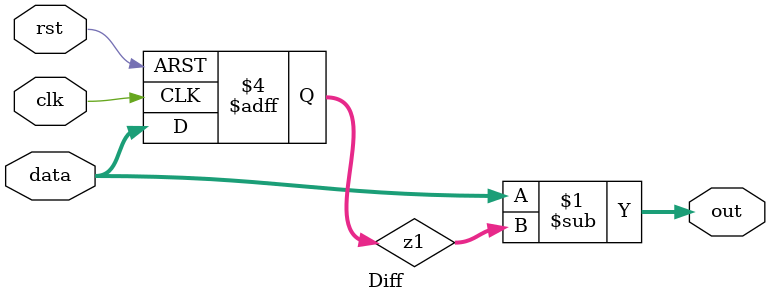
<source format=v>
`timescale 1ns / 1ps
module Diff(data, clk ,rst ,out);
    parameter DATA_WIDTH = 16;
    
    input signed [(DATA_WIDTH - 1):0] data;
    input clk, rst;
    output signed [(DATA_WIDTH -1):0] out;
    
    reg [(DATA_WIDTH - 1):0] z1 = 0;
    
    assign out = data -z1;
    
    always @(posedge clk ,posedge rst) begin
        if (rst) begin
            z1 <= 0;
        end else begin
            z1 <= data;
        end
    end
    
endmodule

</source>
